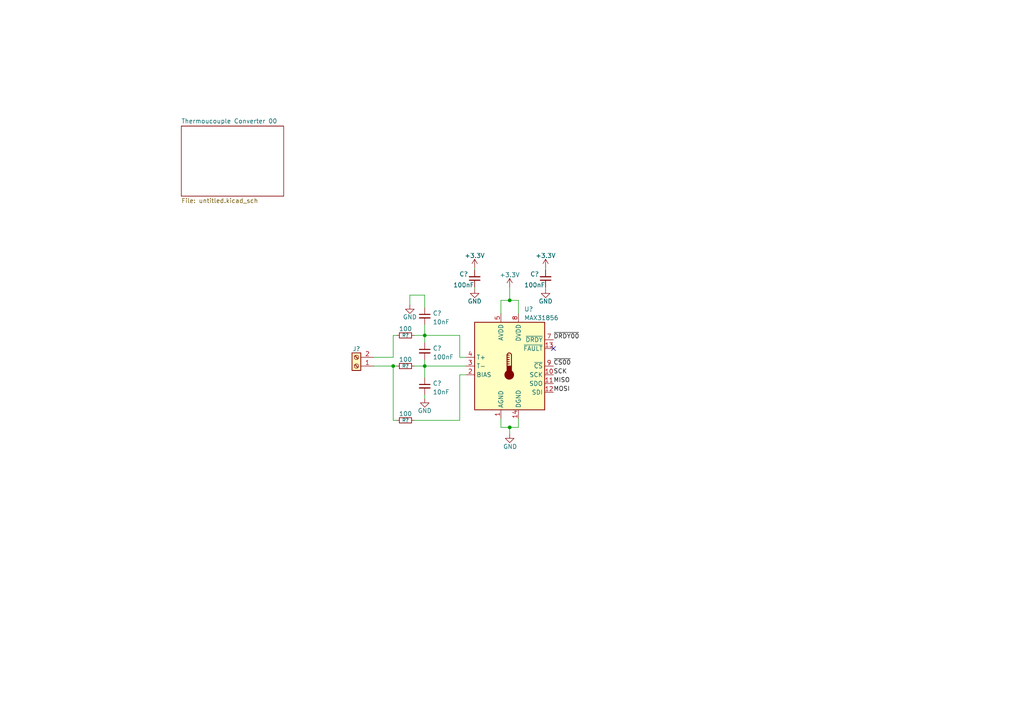
<source format=kicad_sch>
(kicad_sch (version 20211123) (generator eeschema)
  (paper "A4")
  (lib_symbols
    (symbol "Connector:Screw_Terminal_01x02" (pin_names (offset 1.016) hide)
      (property "Reference" "J" (at 0 2.54 0))
      (property "Value" "Screw_Terminal_01x02" (at 0 -5.08 0))
      (symbol "Screw_Terminal_01x02_1_1"
        (rectangle (start -1.27 1.27) (end 1.27 -3.81) (stroke (width 0.254)) (fill (type background)))
        (circle (center 0 -2.54) (radius 0.635) (stroke (width 0.1524)))
        (polyline (pts (xy -0.5334 -2.2098) (xy 0.3302 -3.048)) (stroke (width 0.1524)))
        (polyline (pts (xy -0.5334 0.3302) (xy 0.3302 -0.508)) (stroke (width 0.1524)))
        (polyline (pts (xy -0.3556 -2.032) (xy 0.508 -2.8702)) (stroke (width 0.1524)))
        (polyline (pts (xy -0.3556 0.508) (xy 0.508 -0.3302)) (stroke (width 0.1524)))
        (circle (center 0 0) (radius 0.635) (stroke (width 0.1524)))
        (pin passive line (at -5.08 0 0) (length 3.81) (name "Pin_1") (number "1"))
        (pin passive line (at -5.08 -2.54 0) (length 3.81) (name "Pin_2") (number "2"))
      )
    )
    (symbol "Device:C_Small" (pin_numbers hide) (pin_names (offset 0.254) hide)
      (property "Reference" "C" (at 0.254 1.778 0))
      (property "Value" "C_Small" (at 0.254 -2.032 0))
      (symbol "C_Small_0_1"
        (polyline (pts (xy -1.524 -0.508) (xy 1.524 -0.508)) (stroke (width 0.3302)))
        (polyline (pts (xy -1.524 0.508) (xy 1.524 0.508)) (stroke (width 0.3048)))
      )
      (symbol "C_Small_1_1"
        (pin passive line (at 0 2.54 270) (length 2.032) (name "~") (number "1"))
        (pin passive line (at 0 -2.54 90) (length 2.032) (name "~") (number "2"))
      )
    )
    (symbol "Device:R_Small" (pin_numbers hide) (pin_names (offset 0.254) hide)
      (property "Reference" "R" (at 0.762 0.508 0))
      (property "Value" "R_Small" (at 0.762 -1.016 0))
      (symbol "R_Small_0_1"
        (rectangle (start -0.762 1.778) (end 0.762 -1.778) (stroke (width 0.2032)))
      )
      (symbol "R_Small_1_1"
        (pin passive line (at 0 2.54 270) (length 0.762) (name "~") (number "1"))
        (pin passive line (at 0 -2.54 90) (length 0.762) (name "~") (number "2"))
      )
    )
    (symbol "Sensor_Temperature:MAX31856"
      (property "Reference" "U" (at -7.62 13.97 0))
      (property "Value" "MAX31856" (at 13.97 13.97 0))
      (symbol "MAX31856_0_1"
        (rectangle (start -10.16 12.7) (end 10.16 -12.7) (stroke (width 0.254)) (fill (type background)))
        (circle (center -0.127 -2.54) (radius 1.27) (stroke (width 0.254)) (fill (type outline)))
        (polyline (pts (xy -0.762 0.635) (xy -0.127 0.635)) (stroke (width 0.254)))
        (polyline (pts (xy -0.762 1.27) (xy -0.127 1.27)) (stroke (width 0.254)))
        (polyline (pts (xy -0.762 1.905) (xy -0.127 1.905)) (stroke (width 0.254)))
        (polyline (pts (xy -0.762 2.54) (xy -0.127 2.54)) (stroke (width 0.254)))
        (polyline (pts (xy -0.762 3.175) (xy -0.762 0)) (stroke (width 0.254)))
        (polyline (pts (xy -0.762 3.175) (xy -0.127 3.175)) (stroke (width 0.254)))
        (polyline (pts (xy 0.508 3.175) (xy 0.508 0)) (stroke (width 0.254)))
        (rectangle (start 0.508 -1.905) (end -0.762 0) (stroke (width 0.254)) (fill (type outline)))
        (arc (start 0.508 3.175) (mid -0.127 3.81) (end -0.762 3.175) (stroke (width 0.254)))
      )
      (symbol "MAX31856_1_1"
        (pin power_in line (at -2.54 -15.24 90) (length 2.54) (name "AGND") (number "1"))
        (pin input line (at 12.7 -2.54 180) (length 2.54) (name "SCK") (number "10"))
        (pin output line (at 12.7 -5.08 180) (length 2.54) (name "SDO") (number "11"))
        (pin input line (at 12.7 -7.62 180) (length 2.54) (name "SDI") (number "12"))
        (pin output line (at 12.7 5.08 180) (length 2.54) (name "~{FAULT}") (number "13"))
        (pin power_in line (at 2.54 -15.24 90) (length 2.54) (name "DGND") (number "14"))
        (pin input line (at -12.7 -2.54 0) (length 2.54) (name "BIAS") (number "2"))
        (pin input line (at -12.7 0 0) (length 2.54) (name "T-") (number "3"))
        (pin input line (at -12.7 2.54 0) (length 2.54) (name "T+") (number "4"))
        (pin power_in line (at -2.54 15.24 270) (length 2.54) (name "AVDD") (number "5"))
        (pin no_connect line (at -10.16 -7.62 0) (length 2.54) hide (name "DNC") (number "6"))
        (pin output line (at 12.7 7.62 180) (length 2.54) (name "~{DRDY}") (number "7"))
        (pin power_in line (at 2.54 15.24 270) (length 2.54) (name "DVDD") (number "8"))
        (pin input line (at 12.7 0 180) (length 2.54) (name "~{CS}") (number "9"))
      )
    )
    (symbol "power:+3.3V" (power) (pin_names (offset 0))
      (property "Value" "+3.3V" (at 0 3.556 0))
      (symbol "+3.3V_0_1"
        (polyline (pts (xy -0.762 1.27) (xy 0 2.54)))
        (polyline (pts (xy 0 0) (xy 0 2.54)))
        (polyline (pts (xy 0 2.54) (xy 0.762 1.27)))
      )
      (symbol "+3.3V_1_1"
        (pin power_in line (at 0 0 90) (length 0) hide (name "+3.3V") (number "1"))
      )
    )
    (symbol "power:GND" (power) (pin_names (offset 0))
      (property "Value" "GND" (at 0 -3.81 0))
      (symbol "GND_0_1"
        (polyline (pts (xy 0 0) (xy 0 -1.27) (xy 1.27 -1.27) (xy 0 -2.54) (xy -1.27 -1.27) (xy 0 -1.27)))
      )
      (symbol "GND_1_1"
        (pin power_in line (at 0 0 270) (length 0) hide (name "GND") (number "1"))
      )
    )
  )
  (junction (at 147.828 123.952))
  (junction (at 123.19 97.282))
  (junction (at 114.046 106.172))
  (junction (at 123.19 106.172))
  (junction (at 147.828 87.122))
  (no_connect (at 160.528 101.092))
  (wire (pts (xy 118.872 85.598) (xy 118.872 88.392)))
  (wire (pts (xy 150.368 87.122) (xy 150.368 90.932)))
  (wire (pts (xy 108.458 106.172) (xy 114.046 106.172)))
  (wire (pts (xy 145.288 87.122) (xy 147.828 87.122)))
  (wire (pts (xy 114.046 121.92) (xy 115.062 121.92)))
  (wire (pts (xy 145.288 123.952) (xy 147.828 123.952)))
  (wire (pts (xy 114.046 97.282) (xy 115.062 97.282)))
  (wire (pts (xy 114.046 97.282) (xy 114.046 103.632)))
  (wire (pts (xy 123.19 85.598) (xy 118.872 85.598)))
  (wire (pts (xy 133.35 97.282) (xy 123.19 97.282)))
  (wire (pts (xy 133.35 108.712) (xy 133.35 121.92)))
  (wire (pts (xy 137.668 83.312) (xy 137.668 83.82)))
  (wire (pts (xy 147.828 123.952) (xy 150.368 123.952)))
  (wire (pts (xy 123.19 97.282) (xy 123.19 99.314)))
  (wire (pts (xy 123.19 94.234) (xy 123.19 97.282)))
  (wire (pts (xy 135.128 103.632) (xy 133.35 103.632)))
  (wire (pts (xy 114.046 106.172) (xy 114.046 121.92)))
  (wire (pts (xy 120.142 106.172) (xy 123.19 106.172)))
  (wire (pts (xy 137.668 77.724) (xy 137.668 78.232)))
  (wire (pts (xy 147.828 83.312) (xy 147.828 87.122)))
  (wire (pts (xy 108.458 103.632) (xy 114.046 103.632)))
  (wire (pts (xy 150.368 123.952) (xy 150.368 121.412)))
  (wire (pts (xy 123.19 106.172) (xy 135.128 106.172)))
  (wire (pts (xy 120.142 97.282) (xy 123.19 97.282)))
  (wire (pts (xy 158.242 83.312) (xy 158.242 83.82)))
  (wire (pts (xy 133.35 121.92) (xy 120.142 121.92)))
  (wire (pts (xy 135.128 108.712) (xy 133.35 108.712)))
  (wire (pts (xy 123.19 106.172) (xy 123.19 109.474)))
  (wire (pts (xy 147.828 87.122) (xy 150.368 87.122)))
  (wire (pts (xy 123.19 89.154) (xy 123.19 85.598)))
  (wire (pts (xy 147.828 123.952) (xy 147.828 125.857)))
  (wire (pts (xy 123.19 104.394) (xy 123.19 106.172)))
  (wire (pts (xy 114.046 106.172) (xy 115.062 106.172)))
  (wire (pts (xy 123.19 114.554) (xy 123.19 115.57)))
  (wire (pts (xy 145.288 121.412) (xy 145.288 123.952)))
  (wire (pts (xy 133.35 103.632) (xy 133.35 97.282)))
  (wire (pts (xy 145.288 90.932) (xy 145.288 87.122)))
  (wire (pts (xy 158.242 77.724) (xy 158.242 78.232)))
  (label "MOSI" (at 160.528 113.792 0))
  (label "MISO" (at 160.528 111.252 0))
  (label "~{DRDY00}" (at 160.528 98.552 0))
  (label "SCK" (at 160.528 108.712 0))
  (label "~{CS00}" (at 160.528 106.172 0))
  (symbol (lib_id "Device:C_Small") (at 123.19 112.014 0) (unit 1)
    (property "Reference" "C?" (at 125.5141 111.1856 0) (effects (justify left)))
    (property "Value" "10nF" (at 125.5141 113.7225 0) (effects (justify left)))
    (property "Footprint" "Capacitor_SMD:C_0603_1608Metric" (effects hide))
  )
  (symbol (lib_id "Device:R_Small") (at 117.602 97.282 90) (unit 1)
    (property "Reference" "R?" (at 117.602 97.282 90) (effects (font (size 1 1))))
    (property "Value" "100" (at 117.602 95.377 90))
    (property "Footprint" "Resistor_SMD:R_0201_0603Metric" (effects hide))
  )
  (symbol (lib_id "Sensor_Temperature:MAX31856") (at 147.828 106.172 0) (unit 1)
    (property "Reference" "U?" (at 152.019 89.6651 0) (effects (justify left)))
    (property "Value" "MAX31856" (at 152.019 92.202 0) (effects (justify left)))
    (property "Footprint" "Package_SO:TSSOP-14_4.4x5mm_P0.65mm" (effects hide))
    (property "Datasheet" "https://datasheets.maximintegrated.com/en/ds/MAX31856.pdf" (effects hide))
  )
  (symbol (lib_id "Connector:Screw_Terminal_01x02") (at 103.378 106.172 180) (unit 1)
    (property "Reference" "J?" (at 103.378 101.1992 0))
    (property "Value" "Screw_Terminal_01x02" (effects hide))
    (property "Footprint" "TerminalBlock:TerminalBlock_Altech_AK300-2_P5.00mm" (effects hide))
  )
  (symbol (lib_id "Device:C_Small") (at 123.19 91.694 0) (unit 1)
    (property "Reference" "C?" (at 125.5141 90.8656 0) (effects (justify left)))
    (property "Value" "10nF" (at 125.5141 93.4025 0) (effects (justify left)))
    (property "Footprint" "Capacitor_SMD:C_0603_1608Metric" (effects hide))
  )
  (symbol (lib_id "power:GND") (at 137.668 83.82 0) (mirror y) (unit 1)
    (property "Reference" "#PWR?" (effects hide))
    (property "Value" "GND" (at 137.668 87.376 0))
  )
  (symbol (lib_id "power:GND") (at 158.242 83.82 0) (mirror y) (unit 1)
    (property "Reference" "#PWR?" (effects hide))
    (property "Value" "GND" (at 158.242 87.376 0))
  )
  (symbol (lib_id "power:+3.3V") (at 137.668 77.724 0) (unit 1)
    (property "Reference" "#PWR?" (effects hide))
    (property "Value" "+3.3V" (at 137.668 74.1482 0))
  )
  (symbol (lib_id "power:+3.3V") (at 158.242 77.724 0) (unit 1)
    (property "Reference" "#PWR?" (effects hide))
    (property "Value" "+3.3V" (at 158.242 74.1482 0))
  )
  (symbol (lib_id "Device:C_Small") (at 137.668 80.772 0) (mirror x) (unit 1)
    (property "Reference" "C?" (at 134.493 79.502 0))
    (property "Value" "100nF" (at 134.493 82.677 0))
    (property "Footprint" "Capacitor_SMD:C_0603_1608Metric" (effects hide))
  )
  (symbol (lib_id "power:+3.3V") (at 147.828 83.312 0) (unit 1)
    (property "Reference" "#PWR?" (effects hide))
    (property "Value" "+3.3V" (at 147.828 79.7362 0))
  )
  (symbol (lib_id "power:GND") (at 118.872 88.392 0) (mirror y) (unit 1)
    (property "Reference" "#PWR?" (effects hide))
    (property "Value" "GND" (at 118.872 91.948 0))
  )
  (symbol (lib_id "Device:R_Small") (at 117.602 121.92 90) (unit 1)
    (property "Reference" "R?" (at 117.602 121.92 90) (effects (font (size 1 1))))
    (property "Value" "100" (at 117.602 120.0205 90))
    (property "Footprint" "Resistor_SMD:R_0201_0603Metric" (effects hide))
  )
  (symbol (lib_id "power:GND") (at 123.19 115.57 0) (mirror y) (unit 1)
    (property "Reference" "#PWR?" (effects hide))
    (property "Value" "GND" (at 123.19 119.126 0))
  )
  (symbol (lib_id "Device:C_Small") (at 123.19 101.854 0) (unit 1)
    (property "Reference" "C?" (at 125.5141 101.0256 0) (effects (justify left)))
    (property "Value" "100nF" (at 125.5141 103.5625 0) (effects (justify left)))
    (property "Footprint" "Capacitor_SMD:C_0603_1608Metric" (effects hide))
  )
  (symbol (lib_id "power:GND") (at 147.828 125.857 0) (unit 1)
    (property "Reference" "#PWR?" (effects hide))
    (property "Value" "GND" (at 147.955 129.54 0))
  )
  (symbol (lib_id "Device:R_Small") (at 117.602 106.172 90) (unit 1)
    (property "Reference" "R?" (at 117.602 106.172 90) (effects (font (size 1 1))))
    (property "Value" "100" (at 117.602 104.2725 90))
    (property "Footprint" "Resistor_SMD:R_0201_0603Metric" (effects hide))
  )
  (symbol (lib_id "Device:C_Small") (at 158.242 80.772 0) (mirror x) (unit 1)
    (property "Reference" "C?" (at 155.067 79.502 0))
    (property "Value" "100nF" (at 155.067 82.677 0))
    (property "Footprint" "Capacitor_SMD:C_0603_1608Metric" (effects hide))
  )
  (sheet (at 52.578 36.576) (size 29.718 20.32) (stroke (width 0.1524))
    (property "Sheet name" "Thermoucouple Converter 00" (at 52.578 35.8644 0) (effects (justify left bottom)))
    (property "Sheet file" "untitled.kicad_sch" (at 52.578 57.4806 0) (effects (justify left top)))
  )
)
</source>
